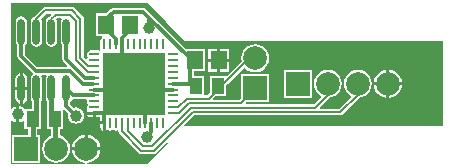
<source format=gtl>
%FSLAX25Y25*%
%MOIN*%
G70*
G01*
G75*
G04 Layer_Physical_Order=1*
G04 Layer_Color=255*
%ADD10R,0.04134X0.05512*%
%ADD11O,0.02362X0.08661*%
%ADD12R,0.05315X0.06102*%
%ADD13O,0.00984X0.03740*%
%ADD14O,0.03740X0.00984*%
%ADD15R,0.20866X0.20866*%
%ADD16C,0.00787*%
%ADD17C,0.01181*%
%ADD18C,0.01575*%
%ADD19R,0.07874X0.07874*%
%ADD20C,0.07874*%
%ADD21R,0.07874X0.07874*%
%ADD22C,0.03937*%
G36*
X157087Y140157D02*
X243307D01*
Y111811D01*
X157222D01*
X157071Y112175D01*
X160308Y115411D01*
X209055D01*
X209485Y115497D01*
X209850Y115741D01*
X209850Y115741D01*
X209850Y115741D01*
X215487Y121378D01*
X216095Y121458D01*
X217225Y121926D01*
X218195Y122671D01*
X218940Y123641D01*
X219408Y124771D01*
X219568Y125984D01*
X219408Y127197D01*
X218940Y128327D01*
X218195Y129298D01*
X217225Y130042D01*
X216095Y130510D01*
X214882Y130670D01*
X213669Y130510D01*
X212539Y130042D01*
X211569Y129298D01*
X210824Y128327D01*
X210356Y127197D01*
X210196Y125984D01*
X210356Y124771D01*
X210824Y123641D01*
X211569Y122671D01*
X212482Y121970D01*
X212508Y121577D01*
X208590Y117659D01*
X202441D01*
X202290Y118023D01*
X205669Y121402D01*
X206095Y121458D01*
X207225Y121926D01*
X208195Y122671D01*
X208940Y123641D01*
X209408Y124771D01*
X209568Y125984D01*
X209408Y127197D01*
X208940Y128327D01*
X208195Y129298D01*
X207225Y130042D01*
X206095Y130510D01*
X204882Y130670D01*
X203669Y130510D01*
X202539Y130042D01*
X201569Y129298D01*
X200824Y128327D01*
X200356Y127197D01*
X200196Y125984D01*
X200356Y124771D01*
X200824Y123641D01*
X201569Y122671D01*
X202539Y121926D01*
X202548Y121923D01*
X202624Y121537D01*
X200243Y119155D01*
X177559D01*
X177442Y119436D01*
X177661Y119764D01*
X185354D01*
Y129055D01*
X176063D01*
Y121353D01*
X175361Y120651D01*
X166850D01*
X166699Y121015D01*
X167416Y121732D01*
X171083D01*
Y125399D01*
X171464Y125780D01*
X171464Y125780D01*
X176917Y131233D01*
X177310Y131207D01*
X177395Y131096D01*
X178366Y130351D01*
X179496Y129883D01*
X180709Y129724D01*
X181921Y129883D01*
X183052Y130351D01*
X184022Y131096D01*
X184767Y132067D01*
X185235Y133197D01*
X185394Y134409D01*
X185235Y135622D01*
X184767Y136752D01*
X184022Y137723D01*
X183052Y138467D01*
X181921Y138935D01*
X180709Y139095D01*
X179496Y138935D01*
X178366Y138467D01*
X177395Y137723D01*
X176651Y136752D01*
X176183Y135622D01*
X176023Y134409D01*
X176127Y133622D01*
X171142Y128637D01*
X171083Y128661D01*
Y128661D01*
X171083Y128661D01*
X165532D01*
Y123027D01*
X164653Y122148D01*
X163602D01*
Y124183D01*
X163628Y124311D01*
X163602Y124439D01*
Y128661D01*
X160183D01*
Y130098D01*
X163996D01*
Y137618D01*
X157562D01*
X146212Y148968D01*
X144224Y150956D01*
X143794Y151243D01*
X143710Y151260D01*
X143287Y151344D01*
X143287Y151344D01*
X133484D01*
X132977Y151243D01*
X132548Y150956D01*
X131020Y149429D01*
X127736D01*
Y141909D01*
X129656D01*
X129770Y141533D01*
X129449Y141319D01*
X129184Y140921D01*
X129091Y140453D01*
Y137697D01*
X129179Y137253D01*
X128937Y137205D01*
X128937D01*
Y137205D01*
D01*
D01*
Y137205D01*
X128937D01*
Y137205D01*
X128937D01*
D01*
D01*
X128937D01*
Y137205D01*
X128889Y136963D01*
X128445Y137051D01*
X125689D01*
X125221Y136958D01*
X124823Y136693D01*
X124558Y136295D01*
X124465Y135827D01*
X124558Y135358D01*
X124823Y134961D01*
Y134724D01*
X124593Y134379D01*
X124201Y134340D01*
X123565Y134976D01*
Y147638D01*
X123479Y148068D01*
X123236Y148433D01*
X120480Y151189D01*
X120115Y151432D01*
X119685Y151518D01*
X110630D01*
X110200Y151432D01*
X109835Y151189D01*
X106941Y148295D01*
X106825Y148121D01*
X106374Y147819D01*
X105956Y147194D01*
X105809Y146457D01*
Y140157D01*
X105956Y139420D01*
X106374Y138795D01*
X106999Y138377D01*
X107736Y138231D01*
X108474Y138377D01*
X109099Y138795D01*
X109516Y139420D01*
X109663Y140157D01*
Y146457D01*
X109516Y147194D01*
X109317Y147492D01*
X111095Y149270D01*
X112520D01*
X112671Y148906D01*
X112002Y148238D01*
X111999Y148237D01*
X111374Y147819D01*
X110956Y147194D01*
X110809Y146457D01*
Y140157D01*
X110956Y139420D01*
X111374Y138795D01*
X111999Y138377D01*
X112736Y138231D01*
X113474Y138377D01*
X114099Y138795D01*
X114516Y139420D01*
X114663Y140157D01*
Y146457D01*
X114516Y147194D01*
X114365Y147421D01*
X114717Y147774D01*
X115926D01*
X116111Y147426D01*
X115956Y147194D01*
X115809Y146457D01*
Y140157D01*
X115956Y139420D01*
X116374Y138795D01*
X116412Y138770D01*
Y134204D01*
X116412Y134204D01*
X116496Y133782D01*
X116512Y133697D01*
X116799Y133268D01*
X116799Y133268D01*
X116799Y133268D01*
X118064Y132003D01*
X117913Y131640D01*
X108029D01*
X104061Y135608D01*
Y138770D01*
X104099Y138795D01*
X104516Y139420D01*
X104663Y140157D01*
Y146457D01*
X104516Y147194D01*
X104099Y147819D01*
X103474Y148237D01*
X102736Y148383D01*
X101999Y148237D01*
X101374Y147819D01*
X100956Y147194D01*
X100809Y146457D01*
Y140157D01*
X100956Y139420D01*
X101374Y138795D01*
X101412Y138770D01*
Y135059D01*
X101411Y135059D01*
X101496Y134636D01*
X101512Y134552D01*
X101799Y134122D01*
X101799Y134122D01*
X101799Y134122D01*
D01*
X101799D01*
Y134122D01*
D01*
X106530Y129392D01*
X106491Y129000D01*
X106374Y128921D01*
X105956Y128296D01*
X105809Y127559D01*
Y121260D01*
X105956Y120522D01*
X106211Y120141D01*
Y117638D01*
X103720D01*
X103720Y117638D01*
Y117638D01*
X103624Y117605D01*
X103540Y117714D01*
X102965Y118155D01*
X102294Y118433D01*
X102075Y118462D01*
Y115748D01*
Y113034D01*
X102294Y113063D01*
X102965Y113341D01*
X103367Y113650D01*
X103720Y113476D01*
Y110709D01*
X104971D01*
Y108976D01*
X99685D01*
Y99685D01*
X108976D01*
Y108976D01*
X108021D01*
Y110709D01*
X109272D01*
Y117638D01*
X109262D01*
Y120141D01*
X109516Y120522D01*
X109663Y121260D01*
Y127559D01*
X109516Y128296D01*
X109285Y128643D01*
X109470Y128990D01*
X111002D01*
X111188Y128643D01*
X110956Y128296D01*
X110809Y127559D01*
Y121260D01*
X110956Y120522D01*
X111211Y120141D01*
Y117638D01*
X111201D01*
Y110709D01*
X112451D01*
Y108581D01*
X111988Y108389D01*
X111017Y107644D01*
X110273Y106674D01*
X109805Y105543D01*
X109645Y104331D01*
X109805Y103118D01*
X110273Y101988D01*
X111017Y101017D01*
X111988Y100273D01*
X113118Y99805D01*
X114331Y99645D01*
X115543Y99805D01*
X116674Y100273D01*
X117644Y101017D01*
X118389Y101988D01*
X118857Y103118D01*
X119017Y104331D01*
X118857Y105543D01*
X118389Y106674D01*
X117644Y107644D01*
X116674Y108389D01*
X115543Y108857D01*
X115502Y108862D01*
Y110709D01*
X116752D01*
Y117081D01*
X117116Y117231D01*
X118268Y116079D01*
X118258Y116053D01*
X118166Y115354D01*
X118258Y114655D01*
X118528Y114004D01*
X118957Y113445D01*
X119516Y113016D01*
X120167Y112746D01*
X120866Y112654D01*
X121565Y112746D01*
X122216Y113016D01*
X122775Y113445D01*
X123205Y114004D01*
X123474Y114655D01*
X123566Y115354D01*
X123474Y116053D01*
X123205Y116704D01*
X122775Y117264D01*
X122216Y117693D01*
X121565Y117963D01*
X120866Y118055D01*
X120167Y117963D01*
X120142Y117952D01*
X119061Y119033D01*
Y119872D01*
X119099Y119897D01*
X119516Y120522D01*
X119523Y120553D01*
X119850Y120772D01*
X120098Y120723D01*
X120098Y120723D01*
X124282D01*
X124532Y120418D01*
X124465Y120079D01*
X124558Y119610D01*
X124823Y119213D01*
Y118976D01*
X124558Y118579D01*
X124465Y118110D01*
X124558Y117642D01*
X124823Y117245D01*
X124823Y117245D01*
X124767Y117064D01*
X124767Y117064D01*
X124767D01*
X124484Y116642D01*
X127067D01*
Y116142D01*
X127567D01*
Y114837D01*
X128445D01*
X128769Y114902D01*
X128937Y114764D01*
X129075Y114596D01*
X129010Y114272D01*
Y113394D01*
X130315D01*
Y112894D01*
X130815D01*
Y110311D01*
X131237Y110593D01*
X131237Y110593D01*
Y110593D01*
X131418Y110650D01*
X131418Y110650D01*
D01*
X131815Y110385D01*
X132283Y110291D01*
X132752Y110385D01*
X133149Y110650D01*
X133386D01*
X133783Y110385D01*
X134252Y110291D01*
X134721Y110385D01*
X134749Y110404D01*
X134793Y110381D01*
X135097Y110077D01*
X135097Y110077D01*
D01*
X135182Y109647D01*
X135426Y109282D01*
X141802Y102906D01*
X142166Y102662D01*
X142596Y102577D01*
X147008D01*
X147438Y102662D01*
X147803Y102906D01*
X147803Y102906D01*
X147803Y102906D01*
X151295Y106398D01*
X151576Y106122D01*
X144882Y99213D01*
X124660D01*
X124634Y99606D01*
X125564Y99728D01*
X126713Y100204D01*
X127700Y100961D01*
X128457Y101948D01*
X128934Y103097D01*
X129030Y103831D01*
X119631D01*
X119728Y103097D01*
X120204Y101948D01*
X120961Y100961D01*
X121948Y100204D01*
X123097Y99728D01*
X124027Y99606D01*
X124002Y99213D01*
X99213D01*
Y113687D01*
X99585Y113814D01*
X99609Y113783D01*
X100185Y113341D01*
X100855Y113063D01*
X101075Y113034D01*
Y115748D01*
Y118462D01*
X100855Y118433D01*
X100185Y118155D01*
X99609Y117714D01*
X99585Y117683D01*
X99213Y117809D01*
Y152756D01*
X144882D01*
X157087Y140157D01*
D02*
G37*
%LPC*%
G36*
X104743Y123909D02*
X103236D01*
Y119352D01*
X103504Y119405D01*
X104155Y119841D01*
X104590Y120492D01*
X104743Y121260D01*
Y123909D01*
D02*
G37*
G36*
X102236D02*
X100729D01*
Y121260D01*
X100882Y120492D01*
X101317Y119841D01*
X101968Y119405D01*
X102236Y119352D01*
Y123909D01*
D02*
G37*
G36*
X229581Y125484D02*
X225382D01*
Y121285D01*
X226115Y121381D01*
X227264Y121858D01*
X228251Y122615D01*
X229009Y123602D01*
X229485Y124751D01*
X229581Y125484D01*
D02*
G37*
G36*
X224382D02*
X220182D01*
X220279Y124751D01*
X220755Y123602D01*
X221512Y122615D01*
X222499Y121858D01*
X223649Y121381D01*
X224382Y121285D01*
Y125484D01*
D02*
G37*
G36*
X129815Y112394D02*
X129010D01*
Y111516D01*
X129110Y111016D01*
X129393Y110593D01*
X129815Y110311D01*
Y112394D01*
D02*
G37*
G36*
X124831Y109030D02*
Y104831D01*
X129030D01*
X128934Y105564D01*
X128457Y106713D01*
X127700Y107700D01*
X126713Y108458D01*
X125564Y108933D01*
X124831Y109030D01*
D02*
G37*
G36*
X123831D02*
X123097Y108933D01*
X121948Y108458D01*
X120961Y107700D01*
X120204Y106713D01*
X119728Y105564D01*
X119631Y104831D01*
X123831D01*
Y109030D01*
D02*
G37*
G36*
X126567Y115642D02*
X124484D01*
X124767Y115219D01*
X125190Y114936D01*
X125689Y114837D01*
X126567D01*
Y115642D01*
D02*
G37*
G36*
X199528Y130630D02*
X190236D01*
Y121339D01*
X199528D01*
Y130630D01*
D02*
G37*
G36*
X171949Y133358D02*
X169004D01*
Y130020D01*
X171949D01*
Y133358D01*
D02*
G37*
G36*
X168004D02*
X165059D01*
Y130020D01*
X168004D01*
Y133358D01*
D02*
G37*
G36*
X171949Y137697D02*
X169004D01*
Y134358D01*
X171949D01*
Y137697D01*
D02*
G37*
G36*
X168004D02*
X165059D01*
Y134358D01*
X168004D01*
Y137697D01*
D02*
G37*
G36*
X103236Y129467D02*
Y124909D01*
X104743D01*
Y127559D01*
X104590Y128327D01*
X104155Y128978D01*
X103504Y129413D01*
X103236Y129467D01*
D02*
G37*
G36*
X102236D02*
X101968Y129413D01*
X101317Y128978D01*
X100882Y128327D01*
X100729Y127559D01*
Y124909D01*
X102236D01*
Y129467D01*
D02*
G37*
G36*
X225382Y130684D02*
Y126484D01*
X229581D01*
X229485Y127218D01*
X229009Y128367D01*
X228251Y129354D01*
X227264Y130111D01*
X226115Y130587D01*
X225382Y130684D01*
D02*
G37*
G36*
X224382D02*
X223649Y130587D01*
X222499Y130111D01*
X221512Y129354D01*
X220755Y128367D01*
X220279Y127218D01*
X220182Y126484D01*
X224382D01*
Y130684D01*
D02*
G37*
%LPD*%
D10*
X106496Y114173D02*
D03*
X113976D02*
D03*
X160827Y125197D02*
D03*
X168307D02*
D03*
D11*
X117736Y143307D02*
D03*
X112736D02*
D03*
X107736D02*
D03*
X102736D02*
D03*
X117736Y124409D02*
D03*
X112736D02*
D03*
X107736D02*
D03*
X102736D02*
D03*
D12*
X131102Y145669D02*
D03*
X138976D02*
D03*
X160630Y133858D02*
D03*
X168504D02*
D03*
D13*
X150000Y139075D02*
D03*
X148031D02*
D03*
X146063D02*
D03*
X144095D02*
D03*
X142126D02*
D03*
X140157D02*
D03*
X138189D02*
D03*
X136221D02*
D03*
X134252D02*
D03*
X132283D02*
D03*
X130315D02*
D03*
Y112894D02*
D03*
X132283D02*
D03*
X134252D02*
D03*
X136221D02*
D03*
X138189D02*
D03*
X140157D02*
D03*
X142126D02*
D03*
X144095D02*
D03*
X146063D02*
D03*
X148031D02*
D03*
X150000D02*
D03*
D14*
X127067Y135827D02*
D03*
Y133858D02*
D03*
Y131890D02*
D03*
Y129921D02*
D03*
Y127953D02*
D03*
Y125984D02*
D03*
Y124016D02*
D03*
Y122047D02*
D03*
Y120079D02*
D03*
Y118110D02*
D03*
Y116142D02*
D03*
X153248D02*
D03*
Y118110D02*
D03*
Y120079D02*
D03*
Y122047D02*
D03*
Y124016D02*
D03*
Y125984D02*
D03*
Y127953D02*
D03*
Y129921D02*
D03*
Y131890D02*
D03*
Y133858D02*
D03*
Y135827D02*
D03*
D15*
X140157Y125984D02*
D03*
D16*
X147008Y103701D02*
X159843Y116535D01*
X142596Y103701D02*
X147008D01*
X159843Y116535D02*
X209055D01*
X146388Y105197D02*
X159223Y118032D01*
X143216Y105197D02*
X146388D01*
X155217Y116142D02*
X158603Y119527D01*
X153248Y116142D02*
X155217D01*
X155024Y118110D02*
X157937Y121024D01*
X153248Y118110D02*
X155024D01*
X157937Y121024D02*
X165118D01*
X158603Y119527D02*
X175827D01*
X159223Y118032D02*
X200709D01*
X165118Y121024D02*
X170669Y126575D01*
X175827Y119527D02*
X180709Y124409D01*
X200709Y118032D02*
X204882Y122205D01*
X209055Y116535D02*
X214882Y122362D01*
X120945Y133780D02*
X124803Y129921D01*
X120945Y133780D02*
Y147018D01*
X119065Y148898D02*
X120945Y147018D01*
X119685Y150394D02*
X122441Y147638D01*
Y134511D02*
Y147638D01*
Y134511D02*
X125062Y131890D01*
X114252Y148898D02*
X119065D01*
X110630Y150394D02*
X119685D01*
X112736Y147382D02*
X114252Y148898D01*
X107736Y147500D02*
X110630Y150394D01*
X214882Y122362D02*
Y125984D01*
X204882Y122205D02*
Y125984D01*
X136221Y110077D02*
X142596Y103701D01*
X138189Y110224D02*
X143216Y105197D01*
X136221Y110077D02*
Y112894D01*
X138189Y110224D02*
Y112894D01*
X112736Y143307D02*
Y147382D01*
X107736Y143307D02*
Y147500D01*
X125062Y131890D02*
X127067D01*
X124803Y129921D02*
X127067D01*
X178504Y134409D02*
X180709D01*
X170669Y126575D02*
X178504Y134409D01*
D17*
X145276Y148031D02*
X158858Y134449D01*
X143287Y150020D02*
X145276Y148031D01*
Y144685D02*
Y148031D01*
X158858Y125984D02*
Y134449D01*
X133484Y150020D02*
X143287D01*
X131102Y147638D02*
X133484Y150020D01*
X131102Y144095D02*
Y147638D01*
X134252Y139075D02*
Y141018D01*
X133026Y142244D02*
X134252Y141018D01*
X132953Y142244D02*
X133026D01*
X131102Y144095D02*
X132953Y142244D01*
X160630Y125984D02*
X162303Y124311D01*
X158858Y125984D02*
X160630D01*
X145669Y108268D02*
Y109449D01*
X146063Y109843D01*
Y112894D01*
X117736Y134204D02*
X123988Y127953D01*
X118842Y130315D02*
X123172Y125984D01*
X107480Y130315D02*
X118842D01*
X117736Y134204D02*
Y143307D01*
X123988Y127953D02*
X124016D01*
X123172Y125984D02*
X124831D01*
X102736Y135059D02*
X107480Y130315D01*
X117736Y118484D02*
X120866Y115354D01*
X117736Y118484D02*
Y124409D01*
X124831Y125984D02*
X126673D01*
X124831Y125984D02*
X124831Y125984D01*
X136221Y139075D02*
X136319Y139173D01*
Y141227D01*
X138976Y143885D01*
Y147244D01*
X117736Y124409D02*
X120098Y122047D01*
X127067D01*
X142126Y124016D02*
X153248D01*
X140157Y119980D02*
Y125984D01*
Y119980D02*
X143996Y116142D01*
Y112992D02*
Y116142D01*
Y112992D02*
X144095Y112894D01*
X136221Y129921D02*
X140157Y125984D01*
X136221Y129921D02*
Y139075D01*
X127067Y124016D02*
X138189D01*
X124016Y127953D02*
X127067D01*
X102736Y135059D02*
Y143307D01*
X153248Y125984D02*
X158858D01*
X127067Y116142D02*
X130315D01*
X138189Y124016D01*
X140157Y125984D01*
X130315Y112894D02*
Y116142D01*
D18*
X103937Y104331D02*
X106496Y106890D01*
Y114173D01*
X113937Y104331D02*
X113976Y104370D01*
Y114173D01*
X112736Y115413D02*
X113976Y114173D01*
X112736Y115413D02*
Y124409D01*
X106496Y114173D02*
X107736Y115413D01*
Y124409D01*
D19*
X180709D02*
D03*
D20*
Y134409D02*
D03*
X224882Y125984D02*
D03*
X214882D02*
D03*
X204882D02*
D03*
X114331Y104331D02*
D03*
X124331D02*
D03*
D21*
X194882Y125984D02*
D03*
X104331Y104331D02*
D03*
D22*
X101575Y115748D02*
D03*
X145276Y144685D02*
D03*
X144488Y108268D02*
D03*
X133465Y131496D02*
D03*
X120866Y115354D02*
D03*
M02*

</source>
